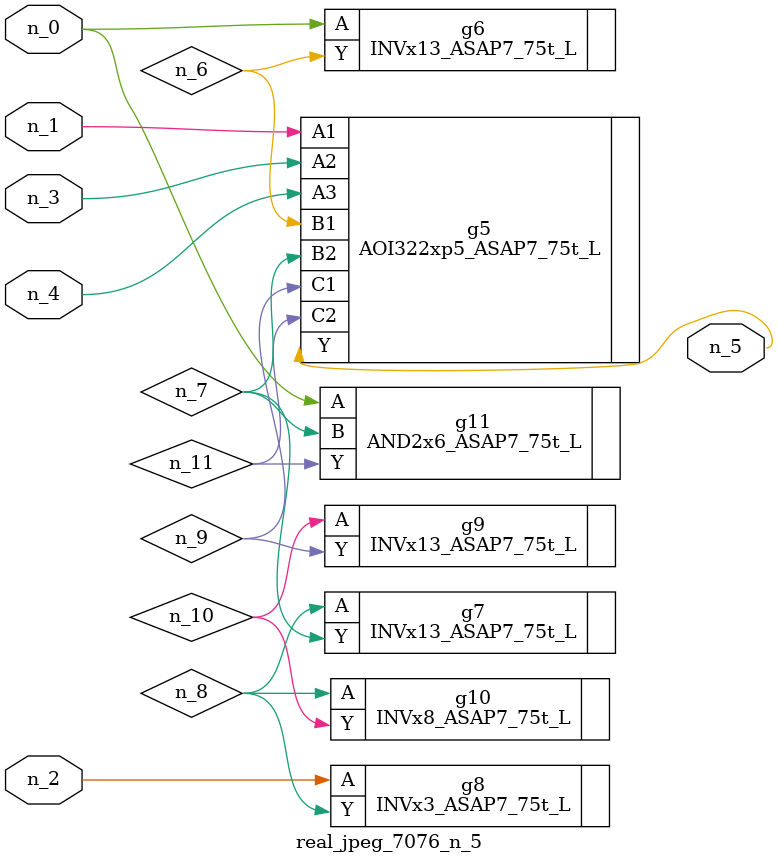
<source format=v>
module real_jpeg_7076_n_5 (n_4, n_0, n_1, n_2, n_3, n_5);

input n_4;
input n_0;
input n_1;
input n_2;
input n_3;

output n_5;

wire n_8;
wire n_11;
wire n_6;
wire n_7;
wire n_10;
wire n_9;

INVx13_ASAP7_75t_L g6 ( 
.A(n_0),
.Y(n_6)
);

AND2x6_ASAP7_75t_L g11 ( 
.A(n_0),
.B(n_7),
.Y(n_11)
);

AOI322xp5_ASAP7_75t_L g5 ( 
.A1(n_1),
.A2(n_3),
.A3(n_4),
.B1(n_6),
.B2(n_7),
.C1(n_9),
.C2(n_11),
.Y(n_5)
);

INVx3_ASAP7_75t_L g8 ( 
.A(n_2),
.Y(n_8)
);

INVx13_ASAP7_75t_L g7 ( 
.A(n_8),
.Y(n_7)
);

INVx8_ASAP7_75t_L g10 ( 
.A(n_8),
.Y(n_10)
);

INVx13_ASAP7_75t_L g9 ( 
.A(n_10),
.Y(n_9)
);


endmodule
</source>
